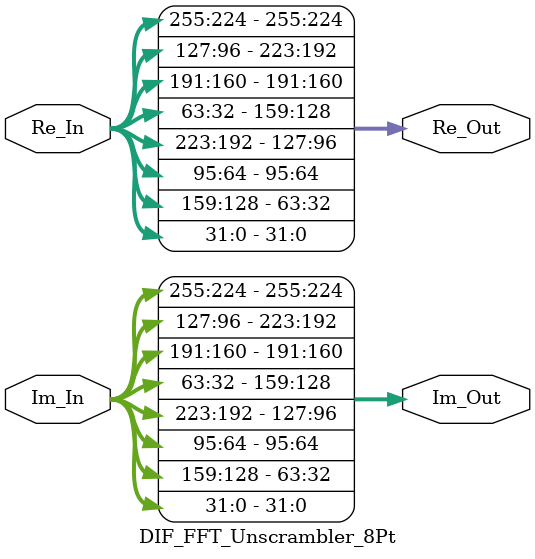
<source format=v>
`timescale 1ns / 1ps


module DIF_FFT_Unscrambler_8Pt(
    
    input [FFTPoints*dataWidth-1:0] Re_In,
    input [FFTPoints*dataWidth-1:0] Im_In,
    
    output [FFTPoints*dataWidth-1:0] Re_Out,
    output [FFTPoints*dataWidth-1:0] Im_Out
    
);
    
    parameter FFTPoints = 8;
    parameter expWidth = 8;
    parameter sigWidth = 23;
    parameter dataWidth = expWidth+sigWidth+1;

    assign Re_Out[0*dataWidth + dataWidth-1 : 0*dataWidth] = Re_In[0*dataWidth + dataWidth-1 : 0*dataWidth];
    assign Re_Out[4*dataWidth + dataWidth-1 : 4*dataWidth] = Re_In[1*dataWidth + dataWidth-1 : 1*dataWidth];
    assign Re_Out[2*dataWidth + dataWidth-1 : 2*dataWidth] = Re_In[2*dataWidth + dataWidth-1 : 2*dataWidth];
    assign Re_Out[6*dataWidth + dataWidth-1 : 6*dataWidth] = Re_In[3*dataWidth + dataWidth-1 : 3*dataWidth];
    assign Re_Out[1*dataWidth + dataWidth-1 : 1*dataWidth] = Re_In[4*dataWidth + dataWidth-1 : 4*dataWidth];
    assign Re_Out[5*dataWidth + dataWidth-1 : 5*dataWidth] = Re_In[5*dataWidth + dataWidth-1 : 5*dataWidth];
    assign Re_Out[3*dataWidth + dataWidth-1 : 3*dataWidth] = Re_In[6*dataWidth + dataWidth-1 : 6*dataWidth];
    assign Re_Out[7*dataWidth + dataWidth-1 : 7*dataWidth] = Re_In[7*dataWidth + dataWidth-1 : 7*dataWidth];

    assign Im_Out[0*dataWidth + dataWidth-1 : 0*dataWidth] = Im_In[0*dataWidth + dataWidth-1 : 0*dataWidth];
    assign Im_Out[4*dataWidth + dataWidth-1 : 4*dataWidth] = Im_In[1*dataWidth + dataWidth-1 : 1*dataWidth];
    assign Im_Out[2*dataWidth + dataWidth-1 : 2*dataWidth] = Im_In[2*dataWidth + dataWidth-1 : 2*dataWidth];
    assign Im_Out[6*dataWidth + dataWidth-1 : 6*dataWidth] = Im_In[3*dataWidth + dataWidth-1 : 3*dataWidth];
    assign Im_Out[1*dataWidth + dataWidth-1 : 1*dataWidth] = Im_In[4*dataWidth + dataWidth-1 : 4*dataWidth];
    assign Im_Out[5*dataWidth + dataWidth-1 : 5*dataWidth] = Im_In[5*dataWidth + dataWidth-1 : 5*dataWidth];
    assign Im_Out[3*dataWidth + dataWidth-1 : 3*dataWidth] = Im_In[6*dataWidth + dataWidth-1 : 6*dataWidth];
    assign Im_Out[7*dataWidth + dataWidth-1 : 7*dataWidth] = Im_In[7*dataWidth + dataWidth-1 : 7*dataWidth];

endmodule

</source>
